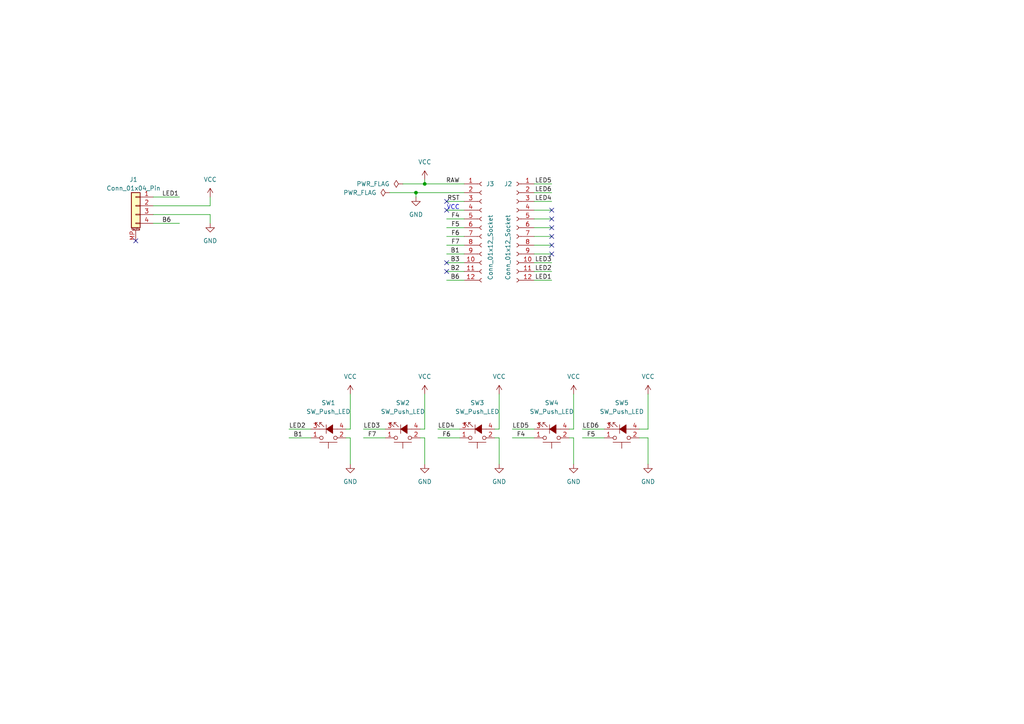
<source format=kicad_sch>
(kicad_sch (version 20230121) (generator eeschema)
  (paper "A4")
  (lib_symbols
    (symbol "Connector:Conn_01x12_Socket" (pin_names (offset 1.016) hide)
      (property "Reference" "J" (at 0 15.24 0))
      (property "Value" "Conn_01x12_Socket" (at 0 -17.78 0))
      (symbol "Conn_01x12_Socket_1_1"
        (arc (start 0 -14.732) (mid -0.5058 -15.24) (end 0 -15.748) (stroke (width 0.1524)))
        (arc (start 0 -12.192) (mid -0.5058 -12.7) (end 0 -13.208) (stroke (width 0.1524)))
        (arc (start 0 -9.652) (mid -0.5058 -10.16) (end 0 -10.668) (stroke (width 0.1524)))
        (arc (start 0 -7.112) (mid -0.5058 -7.62) (end 0 -8.128) (stroke (width 0.1524)))
        (arc (start 0 -4.572) (mid -0.5058 -5.08) (end 0 -5.588) (stroke (width 0.1524)))
        (arc (start 0 -2.032) (mid -0.5058 -2.54) (end 0 -3.048) (stroke (width 0.1524)))
        (polyline (pts (xy -1.27 -15.24) (xy -0.508 -15.24)) (stroke (width 0.1524)))
        (polyline (pts (xy -1.27 -12.7) (xy -0.508 -12.7)) (stroke (width 0.1524)))
        (polyline (pts (xy -1.27 -10.16) (xy -0.508 -10.16)) (stroke (width 0.1524)))
        (polyline (pts (xy -1.27 -7.62) (xy -0.508 -7.62)) (stroke (width 0.1524)))
        (polyline (pts (xy -1.27 -5.08) (xy -0.508 -5.08)) (stroke (width 0.1524)))
        (polyline (pts (xy -1.27 -2.54) (xy -0.508 -2.54)) (stroke (width 0.1524)))
        (polyline (pts (xy -1.27 0) (xy -0.508 0)) (stroke (width 0.1524)))
        (polyline (pts (xy -1.27 2.54) (xy -0.508 2.54)) (stroke (width 0.1524)))
        (polyline (pts (xy -1.27 5.08) (xy -0.508 5.08)) (stroke (width 0.1524)))
        (polyline (pts (xy -1.27 7.62) (xy -0.508 7.62)) (stroke (width 0.1524)))
        (polyline (pts (xy -1.27 10.16) (xy -0.508 10.16)) (stroke (width 0.1524)))
        (polyline (pts (xy -1.27 12.7) (xy -0.508 12.7)) (stroke (width 0.1524)))
        (arc (start 0 0.508) (mid -0.5058 0) (end 0 -0.508) (stroke (width 0.1524)))
        (arc (start 0 3.048) (mid -0.5058 2.54) (end 0 2.032) (stroke (width 0.1524)))
        (arc (start 0 5.588) (mid -0.5058 5.08) (end 0 4.572) (stroke (width 0.1524)))
        (arc (start 0 8.128) (mid -0.5058 7.62) (end 0 7.112) (stroke (width 0.1524)))
        (arc (start 0 10.668) (mid -0.5058 10.16) (end 0 9.652) (stroke (width 0.1524)))
        (arc (start 0 13.208) (mid -0.5058 12.7) (end 0 12.192) (stroke (width 0.1524)))
        (pin passive line (at -5.08 12.7 0) (length 3.81) (name "Pin_1") (number "1"))
        (pin passive line (at -5.08 -10.16 0) (length 3.81) (name "Pin_10") (number "10"))
        (pin passive line (at -5.08 -12.7 0) (length 3.81) (name "Pin_11") (number "11"))
        (pin passive line (at -5.08 -15.24 0) (length 3.81) (name "Pin_12") (number "12"))
        (pin passive line (at -5.08 10.16 0) (length 3.81) (name "Pin_2") (number "2"))
        (pin passive line (at -5.08 7.62 0) (length 3.81) (name "Pin_3") (number "3"))
        (pin passive line (at -5.08 5.08 0) (length 3.81) (name "Pin_4") (number "4"))
        (pin passive line (at -5.08 2.54 0) (length 3.81) (name "Pin_5") (number "5"))
        (pin passive line (at -5.08 0 0) (length 3.81) (name "Pin_6") (number "6"))
        (pin passive line (at -5.08 -2.54 0) (length 3.81) (name "Pin_7") (number "7"))
        (pin passive line (at -5.08 -5.08 0) (length 3.81) (name "Pin_8") (number "8"))
        (pin passive line (at -5.08 -7.62 0) (length 3.81) (name "Pin_9") (number "9"))
      )
    )
    (symbol "Connector_Generic_MountingPin:Conn_01x04_MountingPin" (pin_names (offset 1.016) hide)
      (property "Reference" "J" (at 0 5.08 0))
      (property "Value" "Conn_01x04_MountingPin" (at 1.27 -7.62 0))
      (symbol "Conn_01x04_MountingPin_1_1"
        (rectangle (start -1.27 -4.953) (end 0 -5.207) (stroke (width 0.1524)))
        (rectangle (start -1.27 -2.413) (end 0 -2.667) (stroke (width 0.1524)))
        (rectangle (start -1.27 0.127) (end 0 -0.127) (stroke (width 0.1524)))
        (rectangle (start -1.27 2.667) (end 0 2.413) (stroke (width 0.1524)))
        (rectangle (start -1.27 3.81) (end 1.27 -6.35) (stroke (width 0.254)) (fill (type background)))
        (polyline (pts (xy -1.016 -7.112) (xy 1.016 -7.112)) (stroke (width 0.1524)))
        (text "Mounting" (at 0 -6.731 0) (effects (font (size 0.381 0.381))))
        (pin passive line (at -5.08 2.54 0) (length 3.81) (name "Pin_1") (number "1"))
        (pin passive line (at -5.08 0 0) (length 3.81) (name "Pin_2") (number "2"))
        (pin passive line (at -5.08 -2.54 0) (length 3.81) (name "Pin_3") (number "3"))
        (pin passive line (at -5.08 -5.08 0) (length 3.81) (name "Pin_4") (number "4"))
        (pin passive line (at 0 -10.16 90) (length 3.048) (name "MountPin") (number "MP"))
      )
    )
    (symbol "Switch:SW_Push_LED" (pin_names (offset 1.016) hide)
      (property "Reference" "SW" (at 0.635 5.715 0))
      (property "Value" "SW_Push_LED" (at 0 -3.175 0))
      (symbol "SW_Push_LED_0_0"
        (polyline (pts (xy -3.81 -1.905) (xy -2.54 -0.635)))
        (polyline (pts (xy -2.54 -1.905) (xy -1.27 -0.635)))
        (polyline (pts (xy -2.54 0) (xy 2.54 0)))
        (polyline (pts (xy -0.635 1.27) (xy -0.635 -1.27)))
        (polyline (pts (xy -3.81 -1.27) (xy -3.81 -1.905) (xy -3.175 -1.905)))
        (polyline (pts (xy -2.54 -1.27) (xy -2.54 -1.905) (xy -1.905 -1.905)))
        (polyline (pts (xy -0.635 0) (xy 1.27 1.27) (xy 1.27 -1.27) (xy -0.635 0)) (fill (type outline)))
      )
      (symbol "SW_Push_LED_0_1"
        (circle (center -2.032 2.54) (radius 0.508))
        (polyline (pts (xy 0 3.81) (xy 0 5.588)))
        (polyline (pts (xy 2.54 3.81) (xy -2.54 3.81)))
        (circle (center 2.032 2.54) (radius 0.508))
        (pin passive line (at -5.08 2.54 0) (length 2.54) (name "1") (number "1"))
        (pin passive line (at 5.08 2.54 180) (length 2.54) (name "2") (number "2"))
        (pin passive line (at -5.08 0 0) (length 2.54) (name "K") (number "3"))
        (pin passive line (at 5.08 0 180) (length 2.54) (name "A") (number "4"))
      )
    )
    (symbol "power:GND" (power) (pin_names (offset 0))
      (property "Value" "GND" (at 0 -3.81 0))
      (symbol "GND_0_1"
        (polyline (pts (xy 0 0) (xy 0 -1.27) (xy 1.27 -1.27) (xy 0 -2.54) (xy -1.27 -1.27) (xy 0 -1.27)))
      )
      (symbol "GND_1_1"
        (pin power_in line (at 0 0 270) (length 0) hide (name "GND") (number "1"))
      )
    )
    (symbol "power:PWR_FLAG" (power) (pin_numbers hide) (pin_names (offset 0) hide)
      (property "Value" "PWR_FLAG" (at 0 3.81 0))
      (symbol "PWR_FLAG_0_0"
        (pin power_out line (at 0 0 90) (length 0) (name "pwr") (number "1"))
      )
      (symbol "PWR_FLAG_0_1"
        (polyline (pts (xy 0 0) (xy 0 1.27) (xy -1.016 1.905) (xy 0 2.54) (xy 1.016 1.905) (xy 0 1.27)))
      )
    )
    (symbol "power:VCC" (power) (pin_names (offset 0))
      (property "Value" "VCC" (at 0 3.81 0))
      (symbol "VCC_0_1"
        (polyline (pts (xy -0.762 1.27) (xy 0 2.54)))
        (polyline (pts (xy 0 0) (xy 0 2.54)))
        (polyline (pts (xy 0 2.54) (xy 0.762 1.27)))
      )
      (symbol "VCC_1_1"
        (pin power_in line (at 0 0 90) (length 0) hide (name "VCC") (number "1"))
      )
    )
  )
  (junction (at 123.19 53.34))
  (junction (at 120.65 55.88))
  (no_connect (at 129.54 76.2))
  (no_connect (at 129.54 60.96))
  (no_connect (at 160.02 60.96))
  (no_connect (at 160.02 73.66))
  (no_connect (at 129.54 78.74))
  (no_connect (at 160.02 71.12))
  (no_connect (at 160.02 63.5))
  (no_connect (at 160.02 68.58))
  (no_connect (at 160.02 66.04))
  (no_connect (at 39.37 69.85))
  (no_connect (at 129.54 58.42))
  (wire (pts (xy 101.6 114.3) (xy 101.6 124.46)))
  (wire (pts (xy 160.02 53.34) (xy 154.94 53.34)))
  (wire (pts (xy 121.92 124.46) (xy 123.19 124.46)))
  (wire (pts (xy 160.02 60.96) (xy 154.94 60.96)))
  (wire (pts (xy 134.62 63.5) (xy 129.54 63.5)))
  (wire (pts (xy 160.02 81.28) (xy 154.94 81.28)))
  (wire (pts (xy 127 124.46) (xy 133.35 124.46)))
  (wire (pts (xy 160.02 68.58) (xy 154.94 68.58)))
  (wire (pts (xy 160.02 73.66) (xy 154.94 73.66)))
  (wire (pts (xy 134.62 76.2) (xy 129.54 76.2)))
  (wire (pts (xy 129.54 60.96) (xy 134.62 60.96)))
  (wire (pts (xy 116.84 53.34) (xy 123.19 53.34)))
  (wire (pts (xy 187.96 127) (xy 187.96 134.62)))
  (wire (pts (xy 148.59 127) (xy 154.94 127)))
  (wire (pts (xy 113.03 55.88) (xy 120.65 55.88)))
  (wire (pts (xy 101.6 127) (xy 101.6 134.62)))
  (wire (pts (xy 83.82 127) (xy 90.17 127)))
  (wire (pts (xy 160.02 66.04) (xy 154.94 66.04)))
  (wire (pts (xy 134.62 78.74) (xy 129.54 78.74)))
  (wire (pts (xy 105.41 124.46) (xy 111.76 124.46)))
  (wire (pts (xy 60.96 57.15) (xy 60.96 59.69)))
  (wire (pts (xy 144.78 127) (xy 144.78 134.62)))
  (wire (pts (xy 134.62 71.12) (xy 129.54 71.12)))
  (wire (pts (xy 83.82 124.46) (xy 90.17 124.46)))
  (wire (pts (xy 121.92 127) (xy 123.19 127)))
  (wire (pts (xy 160.02 78.74) (xy 154.94 78.74)))
  (wire (pts (xy 100.33 124.46) (xy 101.6 124.46)))
  (wire (pts (xy 165.1 124.46) (xy 166.37 124.46)))
  (wire (pts (xy 166.37 127) (xy 166.37 134.62)))
  (wire (pts (xy 160.02 58.42) (xy 154.94 58.42)))
  (wire (pts (xy 160.02 55.88) (xy 154.94 55.88)))
  (wire (pts (xy 187.96 114.3) (xy 187.96 124.46)))
  (wire (pts (xy 134.62 58.42) (xy 129.54 58.42)))
  (wire (pts (xy 143.51 124.46) (xy 144.78 124.46)))
  (wire (pts (xy 123.19 127) (xy 123.19 134.62)))
  (wire (pts (xy 134.62 68.58) (xy 129.54 68.58)))
  (wire (pts (xy 44.45 62.23) (xy 60.96 62.23)))
  (wire (pts (xy 134.62 66.04) (xy 129.54 66.04)))
  (wire (pts (xy 185.42 127) (xy 187.96 127)))
  (wire (pts (xy 44.45 64.77) (xy 52.07 64.77)))
  (wire (pts (xy 168.91 127) (xy 175.26 127)))
  (wire (pts (xy 100.33 127) (xy 101.6 127)))
  (wire (pts (xy 120.65 55.88) (xy 120.65 57.15)))
  (wire (pts (xy 60.96 64.77) (xy 60.96 62.23)))
  (wire (pts (xy 160.02 71.12) (xy 154.94 71.12)))
  (wire (pts (xy 160.02 63.5) (xy 154.94 63.5)))
  (wire (pts (xy 185.42 124.46) (xy 187.96 124.46)))
  (wire (pts (xy 105.41 127) (xy 111.76 127)))
  (wire (pts (xy 123.19 53.34) (xy 134.62 53.34)))
  (wire (pts (xy 44.45 59.69) (xy 60.96 59.69)))
  (wire (pts (xy 160.02 76.2) (xy 154.94 76.2)))
  (wire (pts (xy 166.37 114.3) (xy 166.37 124.46)))
  (wire (pts (xy 120.65 55.88) (xy 134.62 55.88)))
  (wire (pts (xy 144.78 114.3) (xy 144.78 124.46)))
  (wire (pts (xy 165.1 127) (xy 166.37 127)))
  (wire (pts (xy 168.91 124.46) (xy 175.26 124.46)))
  (wire (pts (xy 134.62 81.28) (xy 129.54 81.28)))
  (wire (pts (xy 127 127) (xy 133.35 127)))
  (wire (pts (xy 123.19 114.3) (xy 123.19 124.46)))
  (wire (pts (xy 143.51 127) (xy 144.78 127)))
  (wire (pts (xy 148.59 124.46) (xy 154.94 124.46)))
  (wire (pts (xy 44.45 57.15) (xy 52.07 57.15)))
  (wire (pts (xy 123.19 53.34) (xy 123.19 52.07)))
  (wire (pts (xy 134.62 73.66) (xy 129.54 73.66)))
  (text "VCC" (at 129.54 60.96 0) (effects (font (size 1.27 1.27)) (justify left bottom)))
  (label "B1" (at 85.09 127 0))
  (label "B2" (at 133.35 78.74 180))
  (label "LED6" (at 160.02 55.88 180))
  (label "LED5" (at 148.59 124.46 0))
  (label "F6" (at 128.27 127 0))
  (label "B3" (at 133.35 76.2 180))
  (label "F6" (at 133.35 68.58 180))
  (label "RAW" (at 133.35 53.34 180))
  (label "F4" (at 149.86 127 0))
  (label "LED4" (at 127 124.46 0))
  (label "LED1" (at 160.02 81.28 180))
  (label "B6" (at 46.99 64.77 0))
  (label "F5" (at 170.18 127 0))
  (label "F5" (at 133.35 66.04 180))
  (label "LED3" (at 160.02 76.2 180))
  (label "F4" (at 133.35 63.5 180))
  (label "F7" (at 133.35 71.12 180))
  (label "B1" (at 133.35 73.66 180))
  (label "LED5" (at 160.02 53.34 180))
  (label "LED1" (at 46.99 57.15 0))
  (label "B6" (at 133.35 81.28 180))
  (label "LED3" (at 105.41 124.46 0))
  (label "LED4" (at 160.02 58.42 180))
  (label "LED2" (at 83.82 124.46 0))
  (label "RST" (at 133.35 58.42 180))
  (label "LED2" (at 160.02 78.74 180))
  (label "F7" (at 106.68 127 0))
  (label "LED6" (at 168.91 124.46 0))
  (symbol (lib_id "Connector_Generic_MountingPin:Conn_01x04_MountingPin") (at 39.37 59.69 0) (mirror y) (unit 1)
    (property "Reference" "J1" (at 38.735 52.07 0))
    (property "Value" "Conn_01x04_Pin" (at 38.735 54.61 0))
    (property "Footprint" "Connector_JST:JST_PH_B4B-PH-SM4-TB_1x04-1MP_P2.00mm_Vertical" (effects hide))
  )
  (symbol (lib_id "power:GND") (at 187.96 134.62 0) (unit 1)
    (property "Reference" "#PWR03" (effects hide))
    (property "Value" "GND" (at 187.96 139.7 0))
  )
  (symbol (lib_id "power:VCC") (at 187.96 114.3 0) (unit 1)
    (property "Reference" "#PWR014" (effects hide))
    (property "Value" "VCC" (at 187.96 109.22 0))
  )
  (symbol (lib_id "power:GND") (at 123.19 134.62 0) (unit 1)
    (property "Reference" "#PWR08" (effects hide))
    (property "Value" "GND" (at 123.19 139.7 0))
  )
  (symbol (lib_id "power:GND") (at 60.96 64.77 0) (unit 1)
    (property "Reference" "#PWR01" (effects hide))
    (property "Value" "GND" (at 60.96 69.85 0))
  )
  (symbol (lib_id "Connector:Conn_01x12_Socket") (at 139.7 66.04 0) (unit 1)
    (property "Reference" "J3" (at 140.97 53.34 0) (effects (justify left)))
    (property "Value" "Conn_01x12_Socket" (at 142.24 81.28 90) (effects (justify left)))
    (property "Footprint" "Connector_PinSocket_2.54mm:PinSocket_1x12_P2.54mm_Vertical_SMD_Pin1Right" (effects hide))
  )
  (symbol (lib_id "power:GND") (at 101.6 134.62 0) (unit 1)
    (property "Reference" "#PWR09" (effects hide))
    (property "Value" "GND" (at 101.6 139.7 0))
  )
  (symbol (lib_id "power:GND") (at 144.78 134.62 0) (unit 1)
    (property "Reference" "#PWR07" (effects hide))
    (property "Value" "GND" (at 144.78 139.7 0))
  )
  (symbol (lib_id "power:PWR_FLAG") (at 116.84 53.34 90) (unit 1)
    (property "Reference" "#FLG01" (effects hide))
    (property "Value" "PWR_FLAG" (at 113.03 53.34 90) (effects (justify left)))
  )
  (symbol (lib_id "Switch:SW_Push_LED") (at 180.34 124.46 0) (mirror x) (unit 1)
    (property "Reference" "SW5" (at 180.34 116.84 0))
    (property "Value" "SW_Push_LED" (at 180.34 119.38 0))
    (property "Footprint" "Button_Switch_Keyboard:SW_Cherry_MX_1.00u_PCB_LED" (effects hide))
  )
  (symbol (lib_id "Switch:SW_Push_LED") (at 95.25 124.46 0) (mirror x) (unit 1)
    (property "Reference" "SW1" (at 95.25 116.84 0))
    (property "Value" "SW_Push_LED" (at 95.25 119.38 0))
    (property "Footprint" "Button_Switch_Keyboard:SW_Cherry_MX_1.00u_PCB_LED" (effects hide))
  )
  (symbol (lib_id "power:VCC") (at 60.96 57.15 0) (unit 1)
    (property "Reference" "#PWR02" (effects hide))
    (property "Value" "VCC" (at 60.96 52.07 0))
  )
  (symbol (lib_id "power:GND") (at 120.65 57.15 0) (mirror y) (unit 1)
    (property "Reference" "#PWR04" (effects hide))
    (property "Value" "GND" (at 120.65 62.23 0))
  )
  (symbol (lib_id "power:VCC") (at 101.6 114.3 0) (unit 1)
    (property "Reference" "#PWR010" (effects hide))
    (property "Value" "VCC" (at 101.6 109.22 0))
  )
  (symbol (lib_id "power:VCC") (at 166.37 114.3 0) (unit 1)
    (property "Reference" "#PWR013" (effects hide))
    (property "Value" "VCC" (at 166.37 109.22 0))
  )
  (symbol (lib_id "power:PWR_FLAG") (at 113.03 55.88 90) (unit 1)
    (property "Reference" "#FLG02" (effects hide))
    (property "Value" "PWR_FLAG" (at 109.22 55.88 90) (effects (justify left)))
  )
  (symbol (lib_id "power:VCC") (at 123.19 52.07 0) (unit 1)
    (property "Reference" "#PWR05" (effects hide))
    (property "Value" "VCC" (at 123.19 46.99 0))
  )
  (symbol (lib_id "power:GND") (at 166.37 134.62 0) (unit 1)
    (property "Reference" "#PWR06" (effects hide))
    (property "Value" "GND" (at 166.37 139.7 0))
  )
  (symbol (lib_id "Switch:SW_Push_LED") (at 116.84 124.46 0) (mirror x) (unit 1)
    (property "Reference" "SW2" (at 116.84 116.84 0))
    (property "Value" "SW_Push_LED" (at 116.84 119.38 0))
    (property "Footprint" "Button_Switch_Keyboard:SW_Cherry_MX_1.00u_PCB_LED" (effects hide))
  )
  (symbol (lib_id "Switch:SW_Push_LED") (at 160.02 124.46 0) (mirror x) (unit 1)
    (property "Reference" "SW4" (at 160.02 116.84 0))
    (property "Value" "SW_Push_LED" (at 160.02 119.38 0))
    (property "Footprint" "Button_Switch_Keyboard:SW_Cherry_MX_1.00u_PCB_LED" (effects hide))
  )
  (symbol (lib_id "power:VCC") (at 144.78 114.3 0) (unit 1)
    (property "Reference" "#PWR012" (effects hide))
    (property "Value" "VCC" (at 144.78 109.22 0))
  )
  (symbol (lib_id "Connector:Conn_01x12_Socket") (at 149.86 66.04 0) (mirror y) (unit 1)
    (property "Reference" "J2" (at 148.59 53.34 0) (effects (justify left)))
    (property "Value" "Conn_01x12_Socket" (at 147.32 81.28 90) (effects (justify left)))
    (property "Footprint" "Connector_PinSocket_2.54mm:PinSocket_1x12_P2.54mm_Vertical_SMD_Pin1Left" (effects hide))
  )
  (symbol (lib_id "Switch:SW_Push_LED") (at 138.43 124.46 0) (mirror x) (unit 1)
    (property "Reference" "SW3" (at 138.43 116.84 0))
    (property "Value" "SW_Push_LED" (at 138.43 119.38 0))
    (property "Footprint" "Button_Switch_Keyboard:SW_Cherry_MX_1.00u_PCB_LED" (effects hide))
  )
  (symbol (lib_id "power:VCC") (at 123.19 114.3 0) (unit 1)
    (property "Reference" "#PWR011" (effects hide))
    (property "Value" "VCC" (at 123.19 109.22 0))
  )
)
</source>
